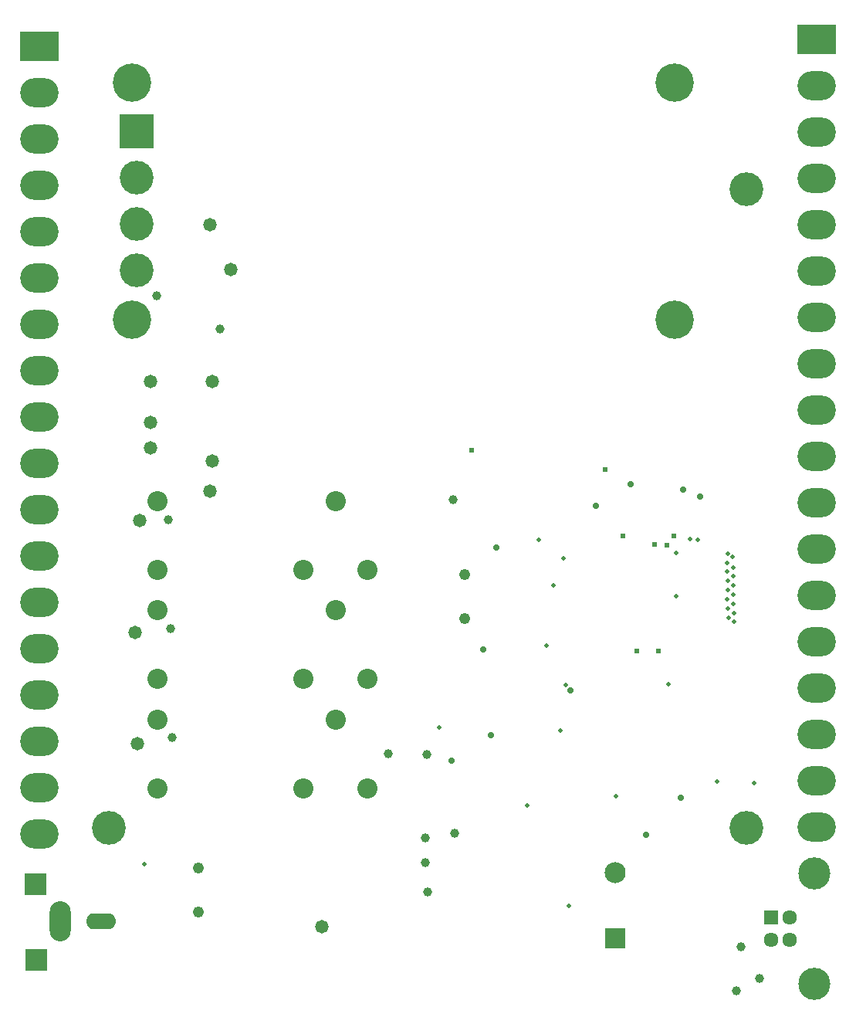
<source format=gbs>
G04*
G04 #@! TF.GenerationSoftware,Altium Limited,Altium Designer,22.9.1 (49)*
G04*
G04 Layer_Color=16711935*
%FSLAX44Y44*%
%MOMM*%
G71*
G04*
G04 #@! TF.SameCoordinates,3AF70149-3D4E-492E-B143-9ECFE05FD8F5*
G04*
G04*
G04 #@! TF.FilePolarity,Negative*
G04*
G01*
G75*
%ADD43C,3.7032*%
%ADD44R,2.4032X2.4032*%
%ADD45O,3.3032X1.7532*%
%ADD46O,2.3032X4.4032*%
%ADD47C,3.5192*%
%ADD48C,1.6112*%
%ADD49R,1.6112X1.6112*%
%ADD50R,3.7032X3.7032*%
%ADD51C,4.2032*%
%ADD52C,1.2102*%
%ADD53O,4.2032X3.2032*%
%ADD54R,4.2032X3.2032*%
%ADD55R,2.3032X2.3032*%
%ADD56C,2.3032*%
%ADD57C,2.2032*%
%ADD58C,0.5032*%
%ADD59C,0.6032*%
%ADD60C,1.0032*%
%ADD61C,0.7032*%
%ADD62C,1.4732*%
D43*
X129768Y851656D02*
D03*
Y800856D02*
D03*
Y902456D02*
D03*
X799000Y890000D02*
D03*
X798906Y189614D02*
D03*
X99000Y190000D02*
D03*
D44*
X19000Y128000D02*
D03*
X20000Y45000D02*
D03*
D45*
X91000Y87000D02*
D03*
D46*
X46000D02*
D03*
D47*
X872768Y139456D02*
D03*
Y19056D02*
D03*
D48*
X845768Y91756D02*
D03*
Y66756D02*
D03*
X825768D02*
D03*
D49*
Y91756D02*
D03*
D50*
X129768Y953256D02*
D03*
D51*
X719768Y747056D02*
D03*
Y1007056D02*
D03*
X124768D02*
D03*
Y747056D02*
D03*
D52*
X489268Y467656D02*
D03*
Y418856D02*
D03*
X197768Y97356D02*
D03*
Y146156D02*
D03*
D53*
X876018Y191006D02*
D03*
Y1003806D02*
D03*
Y851406D02*
D03*
Y902206D02*
D03*
Y953006D02*
D03*
Y800606D02*
D03*
Y445006D02*
D03*
Y699006D02*
D03*
Y648206D02*
D03*
Y394206D02*
D03*
Y241806D02*
D03*
Y597406D02*
D03*
Y343406D02*
D03*
Y546606D02*
D03*
Y749806D02*
D03*
Y292606D02*
D03*
Y495806D02*
D03*
X23268Y488156D02*
D03*
Y284956D02*
D03*
Y742156D02*
D03*
Y538956D02*
D03*
Y335756D02*
D03*
Y589756D02*
D03*
Y234156D02*
D03*
Y386556D02*
D03*
Y640556D02*
D03*
Y691356D02*
D03*
Y437356D02*
D03*
Y792956D02*
D03*
Y945356D02*
D03*
Y894556D02*
D03*
Y843756D02*
D03*
Y996156D02*
D03*
Y183356D02*
D03*
D54*
X876018Y1054606D02*
D03*
X23268Y1046956D02*
D03*
D55*
X655000Y69000D02*
D03*
D56*
Y141000D02*
D03*
D57*
X152768Y233256D02*
D03*
X347768Y308256D02*
D03*
X312768Y233256D02*
D03*
X382768D02*
D03*
X152768Y308256D02*
D03*
Y353256D02*
D03*
X347768Y428256D02*
D03*
X312768Y353256D02*
D03*
X382768D02*
D03*
X152768Y428256D02*
D03*
Y472756D02*
D03*
X347768Y547756D02*
D03*
X312768Y472756D02*
D03*
X382768D02*
D03*
X152768Y547756D02*
D03*
D58*
X778018Y490617D02*
D03*
X766100Y240506D02*
D03*
X138000Y150000D02*
D03*
X783750Y486750D02*
D03*
X807000Y239000D02*
D03*
X784750Y425500D02*
D03*
X784500Y435317D02*
D03*
X784750Y415606D02*
D03*
X784000Y475417D02*
D03*
Y465617D02*
D03*
X784250Y455400D02*
D03*
Y445500D02*
D03*
X778750Y420417D02*
D03*
X737000Y506500D02*
D03*
X745250Y505417D02*
D03*
X594750Y296750D02*
D03*
X778000Y430417D02*
D03*
X777750Y470617D02*
D03*
X777692Y480417D02*
D03*
X604018Y104006D02*
D03*
X655268Y224506D02*
D03*
X558268Y214256D02*
D03*
X597768Y485506D02*
D03*
X579018Y390006D02*
D03*
X570768Y505506D02*
D03*
X461768Y299756D02*
D03*
X586518Y455256D02*
D03*
X721268Y491506D02*
D03*
X721687Y443712D02*
D03*
X713268Y347506D02*
D03*
X600268Y346756D02*
D03*
X777768Y440506D02*
D03*
X778018Y450506D02*
D03*
X778268Y460506D02*
D03*
D59*
X697500Y500625D02*
D03*
X711000Y499750D02*
D03*
X678768Y383506D02*
D03*
X702268Y383756D02*
D03*
X644018Y582256D02*
D03*
X497268Y603506D02*
D03*
X663518Y510006D02*
D03*
X719018Y509756D02*
D03*
D60*
X787250Y10750D02*
D03*
X812768Y24256D02*
D03*
X792768Y59256D02*
D03*
X152018Y773506D02*
D03*
X168268Y288756D02*
D03*
X167018Y408506D02*
D03*
X164768Y528006D02*
D03*
X448018Y270256D02*
D03*
X405768Y271006D02*
D03*
X221268Y737006D02*
D03*
X477268Y549506D02*
D03*
X478268Y183756D02*
D03*
X446768Y151256D02*
D03*
X448518Y119756D02*
D03*
X446768Y178756D02*
D03*
D61*
X605268Y340506D02*
D03*
X726268Y222756D02*
D03*
X688768Y182256D02*
D03*
X474768Y263256D02*
D03*
X518018Y291506D02*
D03*
X510268Y385256D02*
D03*
X524018Y497506D02*
D03*
X633268Y542756D02*
D03*
X747952Y553019D02*
D03*
X728768Y560756D02*
D03*
X671768Y566506D02*
D03*
D62*
X210018Y851256D02*
D03*
X232768Y801756D02*
D03*
X145268Y606756D02*
D03*
X210268Y559256D02*
D03*
X145268Y634256D02*
D03*
X212768Y591756D02*
D03*
Y679256D02*
D03*
X145268D02*
D03*
X132768Y526756D02*
D03*
X127768Y404256D02*
D03*
X130268Y281756D02*
D03*
X332768Y81756D02*
D03*
M02*

</source>
